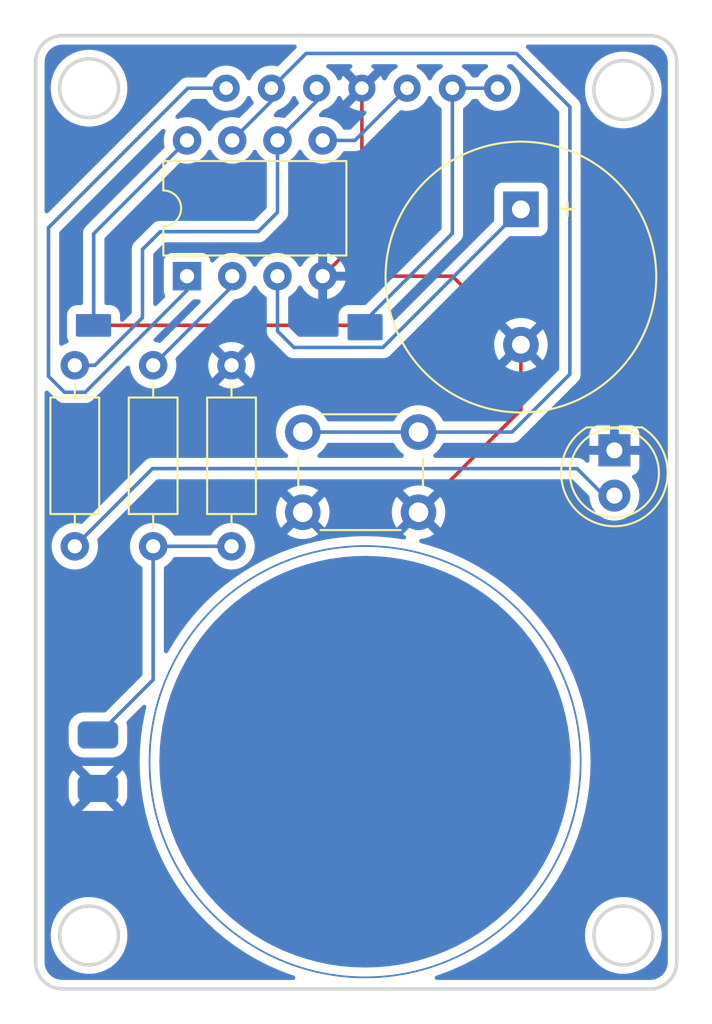
<source format=kicad_pcb>
(kicad_pcb (version 20240108) (generator "pcbnew") (generator_version "8.0")
  (layers (0 "F.Cu" signal) (31 "B.Cu" signal) (34 "B.Paste" user) (35 "F.Paste" user) (36 "B.SilkS" user "B.Silkscreen") (37 "F.SilkS" user "F.Silkscreen") (38 "B.Mask" user) (39 "F.Mask" user) (44 "Edge.Cuts" user))
  (net 0 "")
  (net 1 "+5V")
  (net 2 "Net-(D1-A)")
  (net 3 "Net-(U1-PB1)")
  (net 4 "Net-(U1-PB2)")
  (net 5 "GND")
  (net 6 "Net-(U1-AREF{slash}PB0)")
  (net 7 "Net-(U1-~{RESET}{slash}PB5)")
  (net 8 "Net-(U1-XTAL1{slash}PB3)")
  (net 9 "Net-(U3-+)")
  (net 10 "Net-(BZ1-+)")
  (footprint "Resistor_THT:R_Axial_DIN0207_L6.3mm_D2.5mm_P10.16mm_Horizontal" (layer "F.Cu") (at 99.2 118 -90)
    (property "Reference" "R3" (hide yes))
    (property "Value" "220" (hide yes))
    (fp_line (start 1.81 1.37) (end 8.35 1.37) (stroke (width 0.12)) (layer "F.SilkS"))
    (fp_line (start 8.35 1.37) (end 8.35 -1.37) (stroke (width 0.12)) (layer "F.SilkS"))
    (fp_line (start 1.04 0) (end 1.81 0) (stroke (width 0.12)) (layer "F.SilkS"))
    (fp_line (start 9.12 0) (end 8.35 0) (stroke (width 0.12)) (layer "F.SilkS"))
    (fp_line (start 1.81 -1.37) (end 1.81 1.37) (stroke (width 0.12)) (layer "F.SilkS"))
    (fp_line (start 8.35 -1.37) (end 1.81 -1.37) (stroke (width 0.12)) (layer "F.SilkS"))
    (pad "1" thru_hole circle (at 0 0 270) (size 1.6 1.6) (drill 0.8) (layers "*.Cu" "*.Mask") (net 3 "Net-(U1-PB1)"))
    (pad "2" thru_hole oval (at 10.16 0 270) (size 1.6 1.6) (drill 0.8) (layers "*.Cu" "*.Mask") (net 2 "Net-(D1-A)"))
  )
  (footprint "Library:Piezo" (layer "F.Cu") (at 100.5 140.25 90)
    (property "Reference" "U3" (hide yes))
    (property "Value" "~" (hide yes))
    (fp_circle (center 0 15) (end 12.103718 15) (stroke (width 0.1)) (fill none) (layer "B.Cu"))
    (pad "1" smd roundrect (at -1.5 0 180) (size 2.286 1.524) (layers "B.Cu" "B.Paste" "B.Mask") (net 5 "GND"))
    (pad "2" smd roundrect (at 1.5 0 180) (size 2.286 1.524) (layers "B.Cu" "B.Paste" "B.Mask") (net 9 "Net-(U3-+)"))
  )
  (footprint "Button_Switch_THT:SW_PUSH_6mm" (layer "F.Cu") (at 112 121.75)
    (property "Reference" "SW1" (hide yes))
    (property "Value" "SW_Push" (hide yes))
    (fp_line (start -0.25 1.5) (end -0.25 3) (stroke (width 0.12)) (layer "F.SilkS"))
    (fp_line (start 1 5.5) (end 5.5 5.5) (stroke (width 0.12)) (layer "F.SilkS"))
    (fp_line (start 5.5 -1) (end 1 -1) (stroke (width 0.12)) (layer "F.SilkS"))
    (fp_line (start 6.75 3) (end 6.75 1.5) (stroke (width 0.12)) (layer "F.SilkS"))
    (pad "1" thru_hole circle (at 0 0 90) (size 2 2) (drill 1.1) (layers "*.Cu" "*.Mask") (net 4 "Net-(U1-PB2)"))
    (pad "1" thru_hole circle (at 6.5 0 90) (size 2 2) (drill 1.1) (layers "*.Cu" "*.Mask") (net 4 "Net-(U1-PB2)"))
    (pad "2" thru_hole circle (at 0 4.5 90) (size 2 2) (drill 1.1) (layers "*.Cu" "*.Mask") (net 5 "GND"))
    (pad "2" thru_hole circle (at 6.5 4.5 90) (size 2 2) (drill 1.1) (layers "*.Cu" "*.Mask") (net 5 "GND"))
  )
  (footprint "Library:Arduino_connector" (layer "F.Cu") (at 107.7 102.45)
    (property "Reference" "U2" (hide yes))
    (property "Value" "~")
    (pad "1" thru_hole circle (at 0 0) (size 1.524 1.524) (drill 0.762) (layers "*.Cu" "*.Mask") (net 7 "Net-(U1-~{RESET}{slash}PB5)"))
    (pad "2" thru_hole circle (at 2.54 0) (size 1.524 1.524) (drill 0.762) (layers "*.Cu" "*.Mask") (net 4 "Net-(U1-PB2)"))
    (pad "3" thru_hole circle (at 5.08 0) (size 1.524 1.524) (drill 0.762) (layers "*.Cu" "*.Mask") (net 3 "Net-(U1-PB1)"))
    (pad "4" thru_hole circle (at 7.62 0) (size 1.524 1.524) (drill 0.762) (layers "*.Cu" "*.Mask") (net 5 "GND"))
    (pad "5" thru_hole circle (at 10.16 0) (size 1.524 1.524) (drill 0.762) (layers "*.Cu" "*.Mask") (net 6 "Net-(U1-AREF{slash}PB0)"))
    (pad "6" thru_hole circle (at 12.7 0) (size 1.524 1.524) (drill 0.762) (layers "*.Cu" "*.Mask") (net 1 "+5V"))
    (pad "7" thru_hole circle (at 15.24 0) (size 1.524 1.524) (drill 0.762) (layers "*.Cu" "*.Mask") (net 1 "+5V"))
  )
  (footprint "Buzzer_Beeper:Buzzer_15x7.5RM7.6" (layer "F.Cu") (at 124.25 109.25 -90)
    (property "Reference" "BZ1" (hide yes))
    (property "Value" "Buzzer" (hide yes))
    (fp_circle (center 3.8 0) (end 11.4 0) (stroke (width 0.12)) (fill none) (layer "F.SilkS"))
    (fp_text user "+" (at -0.01 -2.54 90) (layer "F.SilkS"))
    (pad "1" thru_hole rect (at 0 0 270) (size 2 2) (drill 1) (layers "*.Cu" "*.Mask") (net 10 "Net-(BZ1-+)"))
    (pad "2" thru_hole circle (at 7.6 0 270) (size 2 2) (drill 1) (layers "*.Cu" "*.Mask") (net 5 "GND"))
  )
  (footprint "Resistor_THT:R_Axial_DIN0207_L6.3mm_D2.5mm_P10.16mm_Horizontal" (layer "F.Cu") (at 108 118 -90)
    (property "Reference" "R2" (hide yes))
    (property "Value" "1M" (hide yes))
    (fp_line (start 1.81 1.37) (end 8.35 1.37) (stroke (width 0.12)) (layer "F.SilkS"))
    (fp_line (start 8.35 1.37) (end 8.35 -1.37) (stroke (width 0.12)) (layer "F.SilkS"))
    (fp_line (start 1.04 0) (end 1.81 0) (stroke (width 0.12)) (layer "F.SilkS"))
    (fp_line (start 9.12 0) (end 8.35 0) (stroke (width 0.12)) (layer "F.SilkS"))
    (fp_line (start 1.81 -1.37) (end 1.81 1.37) (stroke (width 0.12)) (layer "F.SilkS"))
    (fp_line (start 8.35 -1.37) (end 1.81 -1.37) (stroke (width 0.12)) (layer "F.SilkS"))
    (pad "1" thru_hole circle (at 0 0 270) (size 1.6 1.6) (drill 0.8) (layers "*.Cu" "*.Mask") (net 5 "GND"))
    (pad "2" thru_hole oval (at 10.16 0 270) (size 1.6 1.6) (drill 0.8) (layers "*.Cu" "*.Mask") (net 9 "Net-(U3-+)"))
  )
  (footprint "Package_DIP:DIP-8_W7.62mm" (layer "F.Cu") (at 105.5 113 90)
    (property "Reference" "U1" (hide yes))
    (property "Value" "ATtiny85-20P" (hide yes))
    (fp_line (start 6.46 -1.33) (end 4.81 -1.33) (stroke (width 0.12)) (layer "F.SilkS"))
    (fp_line (start 2.81 -1.33) (end 1.16 -1.33) (stroke (width 0.12)) (layer "F.SilkS"))
    (fp_line (start 1.16 -1.33) (end 1.16 8.95) (stroke (width 0.12)) (layer "F.SilkS"))
    (fp_line (start 6.46 8.95) (end 6.46 -1.33) (stroke (width 0.12)) (layer "F.SilkS"))
    (fp_line (start 1.16 8.95) (end 6.46 8.95) (stroke (width 0.12)) (layer "F.SilkS"))
    (fp_arc (start 4.81 -1.33) (mid 3.81 -0.33) (end 2.81 -1.33) (stroke (width 0.12)) (layer "F.SilkS"))
    (pad "1" thru_hole rect (at 0 0 90) (size 1.6 1.6) (drill 0.8) (layers "*.Cu" "*.Mask") (net 7 "Net-(U1-~{RESET}{slash}PB5)"))
    (pad "2" thru_hole oval (at 0 2.54 90) (size 1.6 1.6) (drill 0.8) (layers "*.Cu" "*.Mask") (net 8 "Net-(U1-XTAL1{slash}PB3)"))
    (pad "3" thru_hole oval (at 0 5.08 90) (size 1.6 1.6) (drill 0.8) (layers "*.Cu" "*.Mask") (net 10 "Net-(BZ1-+)"))
    (pad "4" thru_hole oval (at 0 7.62 90) (size 1.6 1.6) (drill 0.8) (layers "*.Cu" "*.Mask") (net 5 "GND"))
    (pad "5" thru_hole oval (at 7.62 7.62 90) (size 1.6 1.6) (drill 0.8) (layers "*.Cu" "*.Mask") (net 6 "Net-(U1-AREF{slash}PB0)"))
    (pad "6" thru_hole oval (at 7.62 5.08 90) (size 1.6 1.6) (drill 0.8) (layers "*.Cu" "*.Mask") (net 3 "Net-(U1-PB1)"))
    (pad "7" thru_hole oval (at 7.62 2.54 90) (size 1.6 1.6) (drill 0.8) (layers "*.Cu" "*.Mask") (net 4 "Net-(U1-PB2)"))
    (pad "8" thru_hole oval (at 7.62 0 90) (size 1.6 1.6) (drill 0.8) (layers "*.Cu" "*.Mask") (net 1 "+5V"))
  )
  (footprint "LED_THT:LED_D5.0mm" (layer "F.Cu") (at 129.5 122.775 -90)
    (property "Reference" "D1" (hide yes))
    (property "Value" "LED" (hide yes))
    (fp_line (start -1.29 -1.545) (end -1.29 1.545) (stroke (width 0.12)) (layer "F.SilkS"))
    (fp_arc (start 4.26 -0.000462) (mid 2.072002 2.880433) (end -1.29 1.54483) (stroke (width 0.12)) (layer "F.SilkS"))
    (fp_arc (start -1.29 -1.54483) (mid 2.072002 -2.880433) (end 4.26 0.000462) (stroke (width 0.12)) (layer "F.SilkS"))
    (fp_circle (center 1.27 0) (end 3.77 0) (stroke (width 0.12)) (fill none) (layer "F.SilkS"))
    (pad "1" thru_hole rect (at 0 0 270) (size 1.8 1.8) (drill 0.9) (layers "*.Cu" "*.Mask") (net 5 "GND"))
    (pad "2" thru_hole circle (at 2.54 0 270) (size 1.8 1.8) (drill 0.9) (layers "*.Cu" "*.Mask") (net 2 "Net-(D1-A)"))
  )
  (footprint "Resistor_THT:R_Axial_DIN0207_L6.3mm_D2.5mm_P10.16mm_Horizontal" (layer "F.Cu") (at 103.6 118 -90)
    (property "Reference" "R1" (hide yes))
    (property "Value" "10k" (hide yes))
    (fp_line (start 1.81 1.37) (end 8.35 1.37) (stroke (width 0.12)) (layer "F.SilkS"))
    (fp_line (start 8.35 1.37) (end 8.35 -1.37) (stroke (width 0.12)) (layer "F.SilkS"))
    (fp_line (start 1.04 0) (end 1.81 0) (stroke (width 0.12)) (layer "F.SilkS"))
    (fp_line (start 9.12 0) (end 8.35 0) (stroke (width 0.12)) (layer "F.SilkS"))
    (fp_line (start 1.81 -1.37) (end 1.81 1.37) (stroke (width 0.12)) (layer "F.SilkS"))
    (fp_line (start 8.35 -1.37) (end 1.81 -1.37) (stroke (width 0.12)) (layer "F.SilkS"))
    (pad "1" thru_hole circle (at 0 0 270) (size 1.6 1.6) (drill 0.8) (layers "*.Cu" "*.Mask") (net 8 "Net-(U1-XTAL1{slash}PB3)"))
    (pad "2" thru_hole oval (at 10.16 0 270) (size 1.6 1.6) (drill 0.8) (layers "*.Cu" "*.Mask") (net 9 "Net-(U3-+)"))
  )
  (gr_rect (start 114.6125 115.225) (end 116.3875 116.5) (stroke (width 0.2)) (fill solid) (layer "B.Cu") (net 1))
  (gr_rect (start 99.3625 115.225) (end 101.1375 116.3) (stroke (width 0.2)) (fill solid) (layer "B.Cu") (net 1))
  (gr_circle (center 100 150) (end 101.65 150) (stroke (width 0.2)) (fill none) (layer "Edge.Cuts"))
  (gr_circle (center 130 150) (end 131.65 150) (stroke (width 0.2)) (fill none) (layer "Edge.Cuts"))
  (gr_circle (center 130 102.55) (end 131.65 102.55) (stroke (width 0.2)) (fill none) (layer "Edge.Cuts"))
  (gr_arc (start 133 151.5) (mid 132.56066 152.56066) (end 131.5 153) (stroke (width 0.2)) (layer "Edge.Cuts"))
  (gr_circle (center 100 102.45) (end 101.65 102.45) (stroke (width 0.2)) (fill none) (layer "Edge.Cuts"))
  (gr_line (start 97 101) (end 97 151.5) (stroke (width 0.2)) (layer "Edge.Cuts"))
  (gr_line (start 98.5 153) (end 131.5 153) (stroke (width 0.2)) (layer "Edge.Cuts"))
  (gr_arc (start 97 101) (mid 97.43934 99.93934) (end 98.5 99.5) (stroke (width 0.2)) (layer "Edge.Cuts"))
  (gr_line (start 133 151.5) (end 133 101) (stroke (width 0.2)) (layer "Edge.Cuts"))
  (gr_arc (start 98.5 153) (mid 97.43934 152.56066) (end 97 151.5) (stroke (width 0.2)) (layer "Edge.Cuts"))
  (gr_line (start 98.5 99.5) (end 131.5 99.5) (stroke (width 0.2)) (layer "Edge.Cuts"))
  (gr_arc (start 131.5 99.5) (mid 132.56066 99.93934) (end 133 101) (stroke (width 0.2)) (layer "Edge.Cuts"))
  (segment (start 100.281925 115.75701) (end 115.5 115.75701) (width 0.2) (layer "F.Cu") (net 0))
  (segment (start 115.5 115.5) (end 120.4 110.6) (width 0.2) (layer "B.Cu") (net 1))
  (segment (start 100.262 115.5) (end 100.262 110.618) (width 0.2) (layer "B.Cu") (net 1))
  (segment (start 120.4 102.45) (end 122.94 102.45) (width 0.2) (layer "B.Cu") (net 1))
  (segment (start 120.4 110.6) (end 120.4 102.45) (width 0.2) (layer "B.Cu") (net 1))
  (segment (start 100.262 110.618) (end 105.5 105.38) (width 0.2) (layer "B.Cu") (net 1))
  (segment (start 127.4 123.8) (end 128.915 125.315) (width 0.2) (layer "B.Cu") (net 2))
  (segment (start 99.2 128.16) (end 103.56 123.8) (width 0.2) (layer "B.Cu") (net 2))
  (segment (start 128.915 125.315) (end 129.5 125.315) (width 0.2) (layer "B.Cu") (net 2))
  (segment (start 103.56 123.8) (end 127.4 123.8) (width 0.2) (layer "B.Cu") (net 2))
  (segment (start 99.2 118) (end 99.2 117.31) (width 0.2) (layer "F.Cu") (net 3))
  (segment (start 99.2 118) (end 100.33137 118) (width 0.2) (layer "B.Cu") (net 3))
  (segment (start 104 110.5) (end 109.5 110.5) (width 0.2) (layer "B.Cu") (net 3))
  (segment (start 100.33137 118) (end 103 115.33137) (width 0.2) (layer "B.Cu") (net 3))
  (segment (start 110.58 105.38) (end 112.78 103.18) (width 0.2) (layer "B.Cu") (net 3))
  (segment (start 109.5 110.5) (end 110.58 109.42) (width 0.2) (layer "B.Cu") (net 3))
  (segment (start 112.78 103.18) (end 112.78 102.45) (width 0.2) (layer "B.Cu") (net 3))
  (segment (start 110.58 109.42) (end 110.58 105.38) (width 0.2) (layer "B.Cu") (net 3))
  (segment (start 103 115.33137) (end 103 111.5) (width 0.2) (layer "B.Cu") (net 3))
  (segment (start 103 111.5) (end 104 110.5) (width 0.2) (layer "B.Cu") (net 3))
  (segment (start 127 103.5) (end 124 100.5) (width 0.2) (layer "B.Cu") (net 4))
  (segment (start 108.04 105.38) (end 110.24 103.18) (width 0.2) (layer "B.Cu") (net 4))
  (segment (start 112 121.75) (end 118.5 121.75) (width 0.2) (layer "B.Cu") (net 4))
  (segment (start 110.24 103.18) (end 110.24 102.45) (width 0.2) (layer "B.Cu") (net 4))
  (segment (start 127 118.5) (end 127 103.5) (width 0.2) (layer "B.Cu") (net 4))
  (segment (start 118.5 121.75) (end 123.75 121.75) (width 0.2) (layer "B.Cu") (net 4))
  (segment (start 112.19 100.5) (end 110.24 102.45) (width 0.2) (layer "B.Cu") (net 4))
  (segment (start 123.75 121.75) (end 127 118.5) (width 0.2) (layer "B.Cu") (net 4))
  (segment (start 124 100.5) (end 112.19 100.5) (width 0.2) (layer "B.Cu") (net 4))
  (segment (start 124.25 120.5) (end 118.5 126.25) (width 0.2) (layer "F.Cu") (net 5))
  (segment (start 120.4 113) (end 124.25 116.85) (width 0.2) (layer "F.Cu") (net 5))
  (segment (start 115.32 110.8) (end 113.12 113) (width 0.2) (layer "F.Cu") (net 5))
  (segment (start 113.12 113) (end 120.4 113) (width 0.2) (layer "F.Cu") (net 5))
  (segment (start 115.32 102.45) (end 115.32 110.8) (width 0.2) (layer "F.Cu") (net 5))
  (segment (start 124.25 116.85) (end 124.25 120.5) (width 0.2) (layer "F.Cu") (net 5))
  (segment (start 113.12 105.38) (end 114.93 105.38) (width 0.2) (layer "B.Cu") (net 6))
  (segment (start 114.93 105.38) (end 117.86 102.45) (width 0.2) (layer "B.Cu") (net 6))
  (segment (start 97.722345 118.616797) (end 97.722345 110.277655) (width 0.2) (layer "B.Cu") (net 7))
  (segment (start 105.5 113) (end 105.5 113.8) (width 0.2) (layer "B.Cu") (net 7))
  (segment (start 105.55 102.45) (end 107.7 102.45) (width 0.2) (layer "B.Cu") (net 7))
  (segment (start 105.5 113.8) (end 99.784314 119.515686) (width 0.2) (layer "B.Cu") (net 7))
  (segment (start 98.621234 119.515686) (end 97.722345 118.616797) (width 0.2) (layer "B.Cu") (net 7))
  (segment (start 97.722345 110.277655) (end 105.55 102.45) (width 0.2) (layer "B.Cu") (net 7))
  (segment (start 99.784314 119.515686) (end 98.621234 119.515686) (width 0.2) (layer "B.Cu") (net 7))
  (segment (start 103.6 118) (end 108.04 113.56) (width 0.2) (layer "B.Cu") (net 8))
  (segment (start 108.04 113.56) (end 108.04 113) (width 0.2) (layer "B.Cu") (net 8))
  (segment (start 103.6 135.65) (end 100.5 138.75) (width 0.2) (layer "B.Cu") (net 9))
  (segment (start 103.6 128.16) (end 103.6 135.65) (width 0.2) (layer "B.Cu") (net 9))
  (segment (start 103.6 128.16) (end 108 128.16) (width 0.2) (layer "B.Cu") (net 9))
  (segment (start 116.5 117) (end 124.25 109.25) (width 0.2) (layer "B.Cu") (net 10))
  (segment (start 111.5 117) (end 116.5 117) (width 0.2) (layer "B.Cu") (net 10))
  (segment (start 110.58 116.08) (end 111.5 117) (width 0.2) (layer "B.Cu") (net 10))
  (segment (start 110.58 113) (end 110.58 116.08) (width 0.2) (layer "B.Cu") (net 10))
  (zone (net 5) (net_name "GND") (layer "B.Cu") (connect_pads (clearance 0.5)) (min_thickness 0.25) (fill yes (thermal_gap 0.5) (thermal_bridge_width 0.5) (island_removal_mode 1) (island_area_min 10))
    (polygon (pts (xy 95 97.5) (xy 135 97.5) (xy 135 155) (xy 95 155)))
  )
)
</source>
